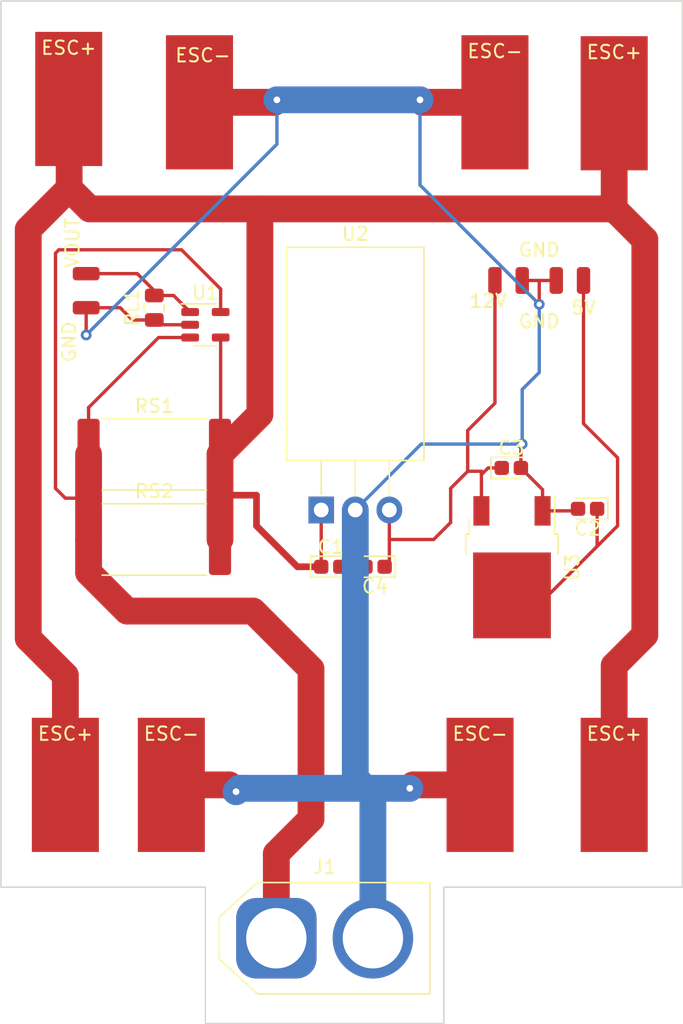
<source format=kicad_pcb>
(kicad_pcb (version 20211014) (generator pcbnew)
  (layers (0 "F.Cu" signal) (31 "B.Cu" signal) (34 "B.Paste" user) (35 "F.Paste" user) (36 "B.SilkS" user "B.Silkscreen") (37 "F.SilkS" user "F.Silkscreen") (38 "B.Mask" user) (39 "F.Mask" user) (44 "Edge.Cuts" user))
  (net 0 "")
  (net 1 "Net-(RS1-Pad2)")
  (net 2 "GND")
  (net 3 "Net-(C2-Pad1)")
  (net 4 "Net-(C3-Pad1)")
  (net 5 "Net-(J1-Pad1)")
  (net 6 "Vout")
  (footprint "Connector_Wire:SolderWirePad_1x01_SMD_5x10mm" (layer "F.Cu") (at 58.42 20.32)
    (fp_text reference "ESC+" (at 0 -3.81) (layer "F.SilkS"))
    (fp_text value "ESC+")
    (pad "1" smd rect (at 0 0) (size 5 10) (layers "F.Cu" "F.Paste" "F.Mask") (net 1 "Net-(RS1-Pad2)"))
  )
  (footprint "Capacitor_Tantalum_SMD:CP_EIA-1608-10_AVX-L" (layer "F.Cu") (at 37.2885 54.864)
    (fp_text reference "C1" (at 0 -1.48) (layer "F.SilkS"))
    (fp_text value "C")
    (fp_line (start -1.51 0.785) (end 0.8 0.785) (layer "F.SilkS") (width 0.12))
    (fp_line (start 0.8 -0.785) (end -1.51 -0.785) (layer "F.SilkS") (width 0.12))
    (fp_line (start -1.51 -0.785) (end -1.51 0.785) (layer "F.SilkS") (width 0.12))
    (pad "1" smd roundrect (at -0.7125 0) (size 1.075 1.05) (layers "F.Cu" "F.Paste" "F.Mask") (roundrect_rratio 0.238095) (net 1 "Net-(RS1-Pad2)"))
    (pad "2" smd roundrect (at 0.7125 0) (size 1.075 1.05) (layers "F.Cu" "F.Paste" "F.Mask") (roundrect_rratio 0.238095) (net 2 "GND"))
  )
  (footprint "Connector_Wire:SolderWirePad_1x01_SMD_5x10mm" (layer "F.Cu") (at 17.5 71.12)
    (fp_text reference "ESC+" (at 0 -3.81) (layer "F.SilkS"))
    (fp_text value "ESC+")
    (pad "1" smd rect (at 0 0) (size 5 10) (layers "F.Cu" "F.Paste" "F.Mask") (net 1 "Net-(RS1-Pad2)"))
  )
  (footprint "Resistor_SMD:R_4020_10251Metric_Pad1.65x5.30mm_HandSolder" (layer "F.Cu") (at 24.13 46.482)
    (fp_text reference "RS1" (at 0 -3.6) (layer "F.SilkS"))
    (fp_text value "R")
    (fp_line (start -3.886252 -2.66) (end 3.886252 -2.66) (layer "F.SilkS") (width 0.12))
    (fp_line (start -3.886252 2.66) (end 3.886252 2.66) (layer "F.SilkS") (width 0.12))
    (pad "1" smd roundrect (at -4.9 0) (size 1.65 5.3) (layers "F.Cu" "F.Paste" "F.Mask") (roundrect_rratio 0.151515) (net 5 "Net-(J1-Pad1)"))
    (pad "2" smd roundrect (at 4.9 0) (size 1.65 5.3) (layers "F.Cu" "F.Paste" "F.Mask") (roundrect_rratio 0.151515) (net 1 "Net-(RS1-Pad2)"))
  )
  (footprint "Connector_AMASS:AMASS_XT60-M_1x02_P7.20mm_Vertical" (layer "F.Cu") (at 33.23 82.55)
    (fp_text reference "J1" (at 3.6 -5.3) (layer "F.SilkS"))
    (fp_text value "Conn_01x02")
    (fp_line (start -1.4 -4.15) (end -4.25 -1.6) (layer "F.SilkS") (width 0.12))
    (fp_line (start -4.25 1.55) (end -1.4 4.15) (layer "F.SilkS") (width 0.12))
    (fp_line (start -4.25 -1.6) (end -4.25 1.55) (layer "F.SilkS") (width 0.12))
    (fp_line (start -1.4 4.15) (end 11.45 4.15) (layer "F.SilkS") (width 0.12))
    (fp_line (start 11.45 -4.15) (end -1.4 -4.15) (layer "F.SilkS") (width 0.12))
    (fp_line (start 11.45 4.15) (end 11.45 -4.15) (layer "F.SilkS") (width 0.12))
    (pad "1" thru_hole roundrect (at 0 0) (size 6 6) (drill 4.5) (layers *.Cu *.Mask) (net 5 "Net-(J1-Pad1)"))
    (pad "2" thru_hole circle (at 7.2 0) (size 6 6) (drill 4.5) (layers *.Cu *.Mask) (net 2 "GND"))
  )
  (footprint "Connector_Wire:SolderWirePad_1x01_SMD_5x10mm" (layer "F.Cu") (at 25.4 71.12)
    (fp_text reference "ESC-" (at 0 -3.81) (layer "F.SilkS"))
    (fp_text value "ESC-")
    (pad "1" smd rect (at 0 0) (size 5 10) (layers "F.Cu" "F.Paste" "F.Mask") (net 2 "GND"))
  )
  (footprint "Connector_Wire:SolderWirePad_1x01_SMD_1x2mm" (layer "F.Cu") (at 51.562 33.528 180)
    (fp_text reference "GND" (at -1.27 -3.048) (layer "F.SilkS"))
    (fp_text value "GND")
    (pad "1" smd roundrect (at 0 0 180) (size 1 2) (layers "F.Cu" "F.Paste" "F.Mask") (net 2 "GND"))
  )
  (footprint "Package_TO_SOT_SMD:SOT-23-5" (layer "F.Cu") (at 27.94 36.83)
    (fp_text reference "U1" (at 0 -2.4) (layer "F.SilkS"))
    (fp_text value "INA169")
    (fp_line (start 0 -1.56) (end -1.8 -1.56) (layer "F.SilkS") (width 0.12))
    (fp_line (start 0 1.56) (end 0.8 1.56) (layer "F.SilkS") (width 0.12))
    (fp_line (start 0 -1.56) (end 0.8 -1.56) (layer "F.SilkS") (width 0.12))
    (fp_line (start 0 1.56) (end -0.8 1.56) (layer "F.SilkS") (width 0.12))
    (pad "1" smd roundrect (at -1.1375 -0.95) (size 1.325 0.6) (layers "F.Cu" "F.Paste" "F.Mask") (net 6 "Vout"))
    (pad "2" smd roundrect (at -1.1375 0) (size 1.325 0.6) (layers "F.Cu" "F.Paste" "F.Mask") (net 2 "GND"))
    (pad "3" smd roundrect (at -1.1375 0.95) (size 1.325 0.6) (layers "F.Cu" "F.Paste" "F.Mask") (net 5 "Net-(J1-Pad1)"))
    (pad "4" smd roundrect (at 1.1375 0.95) (size 1.325 0.6) (layers "F.Cu" "F.Paste" "F.Mask") (net 1 "Net-(RS1-Pad2)"))
    (pad "5" smd roundrect (at 1.1375 -0.95) (size 1.325 0.6) (layers "F.Cu" "F.Paste" "F.Mask") (net 5 "Net-(J1-Pad1)"))
  )
  (footprint "Resistor_SMD:R_4020_10251Metric_Pad1.65x5.30mm_HandSolder" (layer "F.Cu") (at 24.13 52.832)
    (fp_text reference "RS2" (at 0 -3.6) (layer "F.SilkS"))
    (fp_text value "R")
    (fp_line (start -3.886252 -2.66) (end 3.886252 -2.66) (layer "F.SilkS") (width 0.12))
    (fp_line (start -3.886252 2.66) (end 3.886252 2.66) (layer "F.SilkS") (width 0.12))
    (pad "1" smd roundrect (at -4.9 0) (size 1.65 5.3) (layers "F.Cu" "F.Paste" "F.Mask") (roundrect_rratio 0.151515) (net 5 "Net-(J1-Pad1)"))
    (pad "2" smd roundrect (at 4.9 0) (size 1.65 5.3) (layers "F.Cu" "F.Paste" "F.Mask") (roundrect_rratio 0.151515) (net 1 "Net-(RS1-Pad2)"))
  )
  (footprint "Connector_Wire:SolderWirePad_1x01_SMD_5x10mm" (layer "F.Cu") (at 49.53 20.25)
    (fp_text reference "ESC-" (at 0 -3.81) (layer "F.SilkS"))
    (fp_text value "ESC-")
    (pad "1" smd rect (at 0 0) (size 5 10) (layers "F.Cu" "F.Paste" "F.Mask") (net 2 "GND"))
  )
  (footprint "Capacitor_Tantalum_SMD:CP_EIA-1608-10_AVX-L" (layer "F.Cu") (at 50.7505 47.498)
    (fp_text reference "C3" (at 0 -1.48) (layer "F.SilkS"))
    (fp_text value "C")
    (fp_line (start -1.51 -0.785) (end -1.51 0.785) (layer "F.SilkS") (width 0.12))
    (fp_line (start -1.51 0.785) (end 0.8 0.785) (layer "F.SilkS") (width 0.12))
    (fp_line (start 0.8 -0.785) (end -1.51 -0.785) (layer "F.SilkS") (width 0.12))
    (pad "1" smd roundrect (at -0.7125 0) (size 1.075 1.05) (layers "F.Cu" "F.Paste" "F.Mask") (roundrect_rratio 0.238095) (net 4 "Net-(C3-Pad1)"))
    (pad "2" smd roundrect (at 0.7125 0) (size 1.075 1.05) (layers "F.Cu" "F.Paste" "F.Mask") (roundrect_rratio 0.238095) (net 2 "GND"))
  )
  (footprint "Capacitor_Tantalum_SMD:CP_EIA-1608-10_AVX-L" (layer "F.Cu") (at 40.5905 54.864 180)
    (fp_text reference "C4" (at 0 -1.48) (layer "F.SilkS"))
    (fp_text value "C")
    (fp_line (start 0.8 -0.785) (end -1.51 -0.785) (layer "F.SilkS") (width 0.12))
    (fp_line (start -1.51 -0.785) (end -1.51 0.785) (layer "F.SilkS") (width 0.12))
    (fp_line (start -1.51 0.785) (end 0.8 0.785) (layer "F.SilkS") (width 0.12))
    (pad "1" smd roundrect (at -0.7125 0 180) (size 1.075 1.05) (layers "F.Cu" "F.Paste" "F.Mask") (roundrect_rratio 0.238095) (net 4 "Net-(C3-Pad1)"))
    (pad "2" smd roundrect (at 0.7125 0 180) (size 1.075 1.05) (layers "F.Cu" "F.Paste" "F.Mask") (roundrect_rratio 0.238095) (net 2 "GND"))
  )
  (footprint "Connector_Wire:SolderWirePad_1x01_SMD_1x2mm" (layer "F.Cu") (at 56.134 33.528 180)
    (fp_text reference "5V" (at 0 -2.032) (layer "F.SilkS"))
    (fp_text value "5V")
    (pad "1" smd roundrect (at 0 0 180) (size 1 2) (layers "F.Cu" "F.Paste" "F.Mask") (net 3 "Net-(C2-Pad1)"))
  )
  (footprint "Connector_Wire:SolderWirePad_1x01_SMD_1x2mm" (layer "F.Cu") (at 19.05 33.02 90)
    (fp_text reference "VOUT" (at 2.286 -1.016 90) (layer "F.SilkS"))
    (fp_text value "OUT")
    (pad "1" smd roundrect (at 0 0 90) (size 1 2) (layers "F.Cu" "F.Paste" "F.Mask") (net 6 "Vout"))
  )
  (footprint "Connector_Wire:SolderWirePad_1x01_SMD_1x2mm" (layer "F.Cu") (at 49.53 33.528 180)
    (fp_text reference "12V" (at 0.508 -1.524) (layer "F.SilkS"))
    (fp_text value "12V")
    (pad "1" smd roundrect (at 0 0 180) (size 1 2) (layers "F.Cu" "F.Paste" "F.Mask") (net 4 "Net-(C3-Pad1)"))
  )
  (footprint "Package_TO_SOT_SMD:TO-252-2" (layer "F.Cu") (at 50.801 54.899 -90)
    (fp_text reference "U3" (at 0 -4.5 90) (layer "F.SilkS"))
    (fp_text value "NCP1117-5.0_TO252" hide)
    (fp_line (start -0.97 -3.45) (end -2.47 -3.45) (layer "F.SilkS") (width 0.12))
    (fp_line (start -2.47 3.45) (end -2.47 3.18) (layer "F.SilkS") (width 0.12))
    (fp_line (start -2.47 -3.45) (end -2.47 -3.18) (layer "F.SilkS") (width 0.12))
    (fp_line (start -0.97 3.45) (end -2.47 3.45) (layer "F.SilkS") (width 0.12))
    (fp_line (start -2.47 3.18) (end -3.57 3.18) (layer "F.SilkS") (width 0.12))
    (fp_line (start -2.47 -3.18) (end -5.3 -3.18) (layer "F.SilkS") (width 0.12))
    (pad "1" smd rect (at -4.2 -2.28 270) (size 2.2 1.2) (layers "F.Cu" "F.Paste" "F.Mask") (net 2 "GND"))
    (pad "2" smd rect (at 2.1 0 270) (size 6.4 5.8) (layers "F.Cu" "F.Mask") (net 3 "Net-(C2-Pad1)"))
    (pad "3" smd rect (at -4.2 2.28 270) (size 2.2 1.2) (layers "F.Cu" "F.Paste" "F.Mask") (net 4 "Net-(C3-Pad1)"))
  )
  (footprint "Connector_Wire:SolderWirePad_1x01_SMD_5x10mm" (layer "F.Cu") (at 17.75 20)
    (fp_text reference "ESC+" (at 0 -3.81) (layer "F.SilkS"))
    (fp_text value "ESC+")
    (pad "1" smd rect (at 0 0) (size 5 10) (layers "F.Cu" "F.Paste" "F.Mask") (net 1 "Net-(RS1-Pad2)"))
  )
  (footprint "Connector_Wire:SolderWirePad_1x01_SMD_5x10mm" (layer "F.Cu") (at 27.5 20.25)
    (fp_text reference "ESC-" (at 0.25 -3.5) (layer "F.SilkS"))
    (fp_text value "ESC-")
    (pad "1" smd rect (at 0 0) (size 5 10) (layers "F.Cu" "F.Paste" "F.Mask") (net 2 "GND"))
  )
  (footprint "Connector_Wire:SolderWirePad_1x01_SMD_5x10mm" (layer "F.Cu") (at 48.42 71.12)
    (fp_text reference "ESC-" (at 0 -3.81) (layer "F.SilkS"))
    (fp_text value "ESC-")
    (pad "1" smd rect (at 0 0) (size 5 10) (layers "F.Cu" "F.Paste" "F.Mask") (net 2 "GND"))
  )
  (footprint "Connector_Wire:SolderWirePad_1x01_SMD_1x2mm" (layer "F.Cu") (at 54.102 33.528 180)
    (fp_text reference "GND" (at 1.27 2.286) (layer "F.SilkS"))
    (fp_text value "GND")
    (pad "1" smd roundrect (at 0 0 180) (size 1 2) (layers "F.Cu" "F.Paste" "F.Mask") (net 2 "GND"))
  )
  (footprint "Connector_Wire:SolderWirePad_1x01_SMD_5x10mm" (layer "F.Cu") (at 58.42 71.12)
    (fp_text reference "ESC+" (at 0 -3.81) (layer "F.SilkS"))
    (fp_text value "ESC+")
    (pad "1" smd rect (at 0 0) (size 5 10) (layers "F.Cu" "F.Paste" "F.Mask") (net 1 "Net-(RS1-Pad2)"))
  )
  (footprint "Connector_Wire:SolderWirePad_1x01_SMD_1x2mm" (layer "F.Cu") (at 19.05 35.56 90)
    (fp_text reference "GND" (at -2.54 -1.27 90) (layer "F.SilkS"))
    (fp_text value "GND")
    (pad "1" smd roundrect (at 0 0 90) (size 1 2) (layers "F.Cu" "F.Paste" "F.Mask") (net 2 "GND"))
  )
  (footprint "Package_TO_SOT_THT:TO-220-3_Horizontal_TabDown" (layer "F.Cu") (at 36.576 50.632)
    (fp_text reference "U2" (at 2.54 -20.58) (layer "F.SilkS"))
    (fp_text value "LM7812_TO220")
    (fp_line (start 5.08 -3.69) (end 5.08 -1.15) (layer "F.SilkS") (width 0.12))
    (fp_line (start 7.66 -19.58) (end 7.66 -3.69) (layer "F.SilkS") (width 0.12))
    (fp_line (start 0 -3.69) (end 0 -1.15) (layer "F.SilkS") (width 0.12))
    (fp_line (start -2.58 -19.58) (end 7.66 -19.58) (layer "F.SilkS") (width 0.12))
    (fp_line (start 2.54 -3.69) (end 2.54 -1.15) (layer "F.SilkS") (width 0.12))
    (fp_line (start -2.58 -3.69) (end 7.66 -3.69) (layer "F.SilkS") (width 0.12))
    (fp_line (start -2.58 -19.58) (end -2.58 -3.69) (layer "F.SilkS") (width 0.12))
    (pad "" np_thru_hole oval (at 2.54 -16.66) (size 3.5 3.5) (drill 3.5) (layers *.Cu *.Mask))
    (pad "1" thru_hole rect (at 0 0) (size 1.905 2) (drill 1.1) (layers *.Cu *.Mask) (net 1 "Net-(RS1-Pad2)"))
    (pad "2" thru_hole oval (at 2.54 0) (size 1.905 2) (drill 1.1) (layers *.Cu *.Mask) (net 2 "GND"))
    (pad "3" thru_hole oval (at 5.08 0) (size 1.905 2) (drill 1.1) (layers *.Cu *.Mask) (net 4 "Net-(C3-Pad1)"))
  )
  (footprint "Capacitor_Tantalum_SMD:CP_EIA-1608-10_AVX-L" (layer "F.Cu") (at 56.4375 50.546 180)
    (fp_text reference "C2" (at 0 -1.48) (layer "F.SilkS"))
    (fp_text value "C")
    (fp_line (start 0.8 -0.785) (end -1.51 -0.785) (layer "F.SilkS") (width 0.12))
    (fp_line (start -1.51 -0.785) (end -1.51 0.785) (layer "F.SilkS") (width 0.12))
    (fp_line (start -1.51 0.785) (end 0.8 0.785) (layer "F.SilkS") (width 0.12))
    (pad "1" smd roundrect (at -0.7125 0 180) (size 1.075 1.05) (layers "F.Cu" "F.Paste" "F.Mask") (roundrect_rratio 0.238095) (net 3 "Net-(C2-Pad1)"))
    (pad "2" smd roundrect (at 0.7125 0 180) (size 1.075 1.05) (layers "F.Cu" "F.Paste" "F.Mask") (roundrect_rratio 0.238095) (net 2 "GND"))
  )
  (footprint "Resistor_SMD:R_0805_2012Metric" (layer "F.Cu") (at 24.13 35.56 90)
    (fp_text reference "RL1" (at 0 -1.65 90) (layer "F.SilkS"))
    (fp_text value "R")
    (fp_line (start -0.227064 -0.735) (end 0.227064 -0.735) (layer "F.SilkS") (width 0.12))
    (fp_line (start -0.227064 0.735) (end 0.227064 0.735) (layer "F.SilkS") (width 0.12))
    (pad "1" smd roundrect (at -0.9125 0 90) (size 1.025 1.4) (layers "F.Cu" "F.Paste" "F.Mask") (roundrect_rratio 0.243902) (net 2 "GND"))
    (pad "2" smd roundrect (at 0.9125 0 90) (size 1.025 1.4) (layers "F.Cu" "F.Paste" "F.Mask") (roundrect_rratio 0.243902) (net 6 "Vout"))
  )
  (gr_line (start 45.72 88.9) (end 45.72 78.74) (layer "Edge.Cuts") (width 0.1))
  (gr_line (start 45.72 78.74) (end 63.5 78.74) (layer "Edge.Cuts") (width 0.1))
  (gr_line (start 63.5 78.74) (end 63.5 12.7) (layer "Edge.Cuts") (width 0.1))
  (gr_line (start 12.7 78.74) (end 27.94 78.74) (layer "Edge.Cuts") (width 0.1))
  (gr_line (start 27.94 78.74) (end 27.94 88.9) (layer "Edge.Cuts") (width 0.1))
  (gr_line (start 27.94 88.9) (end 45.72 88.9) (layer "Edge.Cuts") (width 0.1))
  (gr_line (start 63.5 12.7) (end 12.7 12.7) (layer "Edge.Cuts") (width 0.1))
  (gr_line (start 12.7 12.7) (end 12.7 78.74) (layer "Edge.Cuts") (width 0.1))
  (segment (start 17.5 71.12) (end 17.5 62.966) (width 2) (layer "F.Cu") (net 1))
  (segment (start 32.004 28.194) (end 58.42 28.194) (width 2) (layer "F.Cu") (net 1))
  (segment (start 32.004 43.508) (end 29.03 46.482) (width 2) (layer "F.Cu") (net 1))
  (segment (start 58.42 20.32) (end 58.42 28.194) (width 2) (layer "F.Cu") (net 1))
  (segment (start 36.576 54.864) (end 34.798 54.864) (width 0.5) (layer "F.Cu") (net 1))
  (segment (start 29.03 49.858) (end 29.03 52.832) (width 2) (layer "F.Cu") (net 1))
  (segment (start 29.0775 46.4345) (end 29.03 46.482) (width 0.25) (layer "F.Cu") (net 1))
  (segment (start 29.03 46.482) (end 29.03 49.858) (width 2) (layer "F.Cu") (net 1))
  (segment (start 58.42 71.12) (end 58.42 62.23) (width 2) (layer "F.Cu") (net 1))
  (segment (start 34.798 54.864) (end 31.75 51.816) (width 0.5) (layer "F.Cu") (net 1))
  (segment (start 14.732 60.198) (end 14.732 29.718) (width 2) (layer "F.Cu") (net 1))
  (segment (start 36.576 50.632) (end 36.576 54.864) (width 0.25) (layer "F.Cu") (net 1))
  (segment (start 60.706 59.944) (end 58.42 62.23) (width 2) (layer "F.Cu") (net 1))
  (segment (start 29.0775 37.78) (end 29.0775 46.4345) (width 0.25) (layer "F.Cu") (net 1))
  (segment (start 17.78 26.67) (end 17.78 20.03) (width 2) (layer "F.Cu") (net 1))
  (segment (start 31.75 51.816) (end 31.75 49.53) (width 0.5) (layer "F.Cu") (net 1))
  (segment (start 17.5 62.966) (end 14.732 60.198) (width 2) (layer "F.Cu") (net 1))
  (segment (start 14.732 29.718) (end 17.78 26.67) (width 2) (layer "F.Cu") (net 1))
  (segment (start 60.706 30.48) (end 60.706 59.944) (width 2) (layer "F.Cu") (net 1))
  (segment (start 19.304 28.194) (end 17.78 26.67) (width 2) (layer "F.Cu") (net 1))
  (segment (start 32.004 28.194) (end 32.004 43.508) (width 2) (layer "F.Cu") (net 1))
  (segment (start 19.304 28.194) (end 32.004 28.194) (width 2) (layer "F.Cu") (net 1))
  (segment (start 31.75 49.53) (end 29.358 49.53) (width 0.5) (layer "F.Cu") (net 1))
  (segment (start 29.358 49.53) (end 29.03 49.858) (width 0.5) (layer "F.Cu") (net 1))
  (segment (start 17.78 20.03) (end 17.75 20) (width 2) (layer "F.Cu") (net 1))
  (segment (start 58.42 28.194) (end 60.706 30.48) (width 2) (layer "F.Cu") (net 1))
  (segment (start 22.5025 36.4725) (end 21.59 35.56) (width 0.25) (layer "F.Cu") (net 2))
  (segment (start 39.116 54.61) (end 38.862 54.864) (width 0.25) (layer "F.Cu") (net 2))
  (segment (start 39.116 50.632) (end 39.116 54.61) (width 0.25) (layer "F.Cu") (net 2))
  (segment (start 24.13 36.4725) (end 22.5025 36.4725) (width 0.25) (layer "F.Cu") (net 2))
  (segment (start 27.5 20.25) (end 33.09 20.25) (width 2) (layer "F.Cu") (net 2))
  (segment (start 33.09 20.25) (end 33.274 20.066) (width 2) (layer "F.Cu") (net 2))
  (segment (start 55.725 50.546) (end 55.572 50.699) (width 0.25) (layer "F.Cu") (net 2))
  (segment (start 51.463 45.819) (end 51.562 45.72) (width 0.25) (layer "F.Cu") (net 2))
  (segment (start 26.8025 36.83) (end 24.4875 36.83) (width 0.25) (layer "F.Cu") (net 2))
  (segment (start 38.862 54.864) (end 39.878 54.864) (width 0.5) (layer "F.Cu") (net 2))
  (segment (start 38.001 54.864) (end 38.862 54.864) (width 0.5) (layer "F.Cu") (net 2))
  (segment (start 52.832 35.306) (end 52.832 33.528) (width 0.25) (layer "F.Cu") (net 2))
  (segment (start 49.53 20.25) (end 44.126 20.25) (width 2) (layer "F.Cu") (net 2))
  (segment (start 24.4875 36.83) (end 24.13 36.4725) (width 0.25) (layer "F.Cu") (net 2))
  (segment (start 51.562 33.528) (end 52.832 33.528) (width 0.25) (layer "F.Cu") (net 2))
  (segment (start 21.59 35.56) (end 19.05 35.56) (width 0.25) (layer "F.Cu") (net 2))
  (segment (start 29.718 71.12) (end 30.226 71.628) (width 2) (layer "F.Cu") (net 2))
  (segment (start 25.4 71.12) (end 29.718 71.12) (width 2) (layer "F.Cu") (net 2))
  (segment (start 51.463 47.498) (end 51.463 45.819) (width 0.25) (layer "F.Cu") (net 2))
  (segment (start 55.572 50.699) (end 53.081 50.699) (width 0.25) (layer "F.Cu") (net 2))
  (segment (start 43.434 71.12) (end 43.18 71.374) (width 2) (layer "F.Cu") (net 2))
  (segment (start 51.463 47.498) (end 53.081 49.116) (width 0.25) (layer "F.Cu") (net 2))
  (segment (start 52.832 33.528) (end 54.102 33.528) (width 0.25) (layer "F.Cu") (net 2))
  (segment (start 53.081 49.116) (end 53.081 50.699) (width 0.25) (layer "F.Cu") (net 2))
  (segment (start 44.126 20.25) (end 43.942 20.066) (width 2) (layer "F.Cu") (net 2))
  (segment (start 48.42 71.12) (end 43.434 71.12) (width 2) (layer "F.Cu") (net 2))
  (segment (start 19.05 37.592) (end 19.05 35.56) (width 0.25) (layer "F.Cu") (net 2))
  (via (at 19.05 37.592) (size 0.8) (drill 0.4) (layers "F.Cu" "B.Cu") (net 2))
  (via (at 52.832 35.306) (size 0.8) (drill 0.4) (layers "F.Cu" "B.Cu") (net 2))
  (via (at 33.274 20.066) (size 2) (drill 0.5) (layers "F.Cu" "B.Cu") (net 2))
  (via (at 43.942 20.066) (size 2) (drill 0.5) (layers "F.Cu" "B.Cu") (net 2))
  (via (at 30.226 71.628) (size 2) (drill 0.5) (layers "F.Cu" "B.Cu") (net 2))
  (via (at 43.18 71.374) (size 2) (drill 0.5) (layers "F.Cu" "B.Cu") (net 2))
  (via (at 51.562 45.72) (size 0.8) (drill 0.4) (layers "F.Cu" "B.Cu") (net 2))
  (segment (start 51.562 41.656) (end 52.832 40.386) (width 0.25) (layer "B.Cu") (net 2))
  (segment (start 40.43 82.55) (end 40.43 71.926) (width 2) (layer "B.Cu") (net 2))
  (segment (start 19.05 37.592) (end 33.274 23.368) (width 0.25) (layer "B.Cu") (net 2))
  (segment (start 39.116 50.632) (end 44.028 45.72) (width 0.25) (layer "B.Cu") (net 2))
  (segment (start 40.43 71.926) (end 39.878 71.374) (width 2) (layer "B.Cu") (net 2))
  (segment (start 43.942 26.416) (end 43.942 20.066) (width 0.25) (layer "B.Cu") (net 2))
  (segment (start 51.562 45.72) (end 51.562 41.656) (width 0.25) (layer "B.Cu") (net 2))
  (segment (start 43.18 71.374) (end 39.878 71.374) (width 2) (layer "B.Cu") (net 2))
  (segment (start 39.878 71.374) (end 30.48 71.374) (width 2) (layer "B.Cu") (net 2))
  (segment (start 39.116 70.612) (end 39.116 50.632) (width 2) (layer "B.Cu") (net 2))
  (segment (start 43.942 20.066) (end 33.274 20.066) (width 2) (layer "B.Cu") (net 2))
  (segment (start 52.832 35.306) (end 43.942 26.416) (width 0.25) (layer "B.Cu") (net 2))
  (segment (start 30.48 71.374) (end 30.226 71.628) (width 2) (layer "B.Cu") (net 2))
  (segment (start 33.274 23.368) (end 33.274 20.066) (width 0.25) (layer "B.Cu") (net 2))
  (segment (start 39.878 71.374) (end 39.116 70.612) (width 2) (layer "B.Cu") (net 2))
  (segment (start 52.832 40.386) (end 52.832 35.306) (width 0.25) (layer "B.Cu") (net 2))
  (segment (start 44.028 45.72) (end 51.562 45.72) (width 0.25) (layer "B.Cu") (net 2))
  (segment (start 57.15 53.34) (end 57.023 53.467) (width 0.25) (layer "F.Cu") (net 3))
  (segment (start 57.15 50.546) (end 57.15 53.34) (width 0.25) (layer "F.Cu") (net 3))
  (segment (start 57.023 53.467) (end 53.491 56.999) (width 0.25) (layer "F.Cu") (net 3))
  (segment (start 58.674 51.816) (end 57.023 53.467) (width 0.25) (layer "F.Cu") (net 3))
  (segment (start 56.134 44.196) (end 58.674 46.736) (width 0.25) (layer "F.Cu") (net 3))
  (segment (start 56.134 33.528) (end 56.134 44.196) (width 0.25) (layer "F.Cu") (net 3))
  (segment (start 53.491 56.999) (end 50.801 56.999) (width 0.25) (layer "F.Cu") (net 3))
  (segment (start 58.674 46.736) (end 58.674 51.816) (width 0.25) (layer "F.Cu") (net 3))
  (segment (start 47.505 47.745) (end 48.521 47.745) (width 0.25) (layer "F.Cu") (net 4))
  (segment (start 41.656 54.511) (end 41.303 54.864) (width 0.25) (layer "F.Cu") (net 4))
  (segment (start 49.022 47.498) (end 48.521 47.999) (width 0.25) (layer "F.Cu") (net 4))
  (segment (start 41.402 54.765) (end 41.303 54.864) (width 0.5) (layer "F.Cu") (net 4))
  (segment (start 50.038 47.498) (end 49.022 47.498) (width 0.25) (layer "F.Cu") (net 4))
  (segment (start 44.958 52.832) (end 46.228 51.562) (width 0.25) (layer "F.Cu") (net 4))
  (segment (start 46.228 49.022) (end 47.505 47.745) (width 0.25) (layer "F.Cu") (net 4))
  (segment (start 41.656 52.832) (end 41.656 54.511) (width 0.25) (layer "F.Cu") (net 4))
  (segment (start 49.53 42.672) (end 47.498 44.704) (width 0.25) (layer "F.Cu") (net 4))
  (segment (start 46.228 51.562) (end 46.228 49.022) (width 0.25) (layer "F.Cu") (net 4))
  (segment (start 48.521 47.999) (end 48.521 47.745) (width 0.25) (layer "F.Cu") (net 4))
  (segment (start 49.53 33.528) (end 49.53 42.672) (width 0.25) (layer "F.Cu") (net 4))
  (segment (start 41.656 50.632) (end 41.656 52.832) (width 0.25) (layer "F.Cu") (net 4))
  (segment (start 47.498 47.738) (end 47.505 47.745) (width 0.25) (layer "F.Cu") (net 4))
  (segment (start 41.656 52.832) (end 44.958 52.832) (width 0.25) (layer "F.Cu") (net 4))
  (segment (start 48.521 50.699) (end 48.521 47.999) (width 0.25) (layer "F.Cu") (net 4))
  (segment (start 47.498 44.704) (end 47.498 47.738) (width 0.25) (layer "F.Cu") (net 4))
  (segment (start 29.0775 34.1575) (end 26.162 31.242) (width 0.25) (layer "F.Cu") (net 5))
  (segment (start 16.764 49.022) (end 17.494 49.752) (width 0.25) (layer "F.Cu") (net 5))
  (segment (start 19.23 49.752) (end 19.23 52.832) (width 2) (layer "F.Cu") (net 5))
  (segment (start 33.23 76.244) (end 35.814 73.66) (width 2) (layer "F.Cu") (net 5))
  (segment (start 31.496 58.166) (end 22.098 58.166) (width 2) (layer "F.Cu") (net 5))
  (segment (start 16.764 31.496) (end 16.764 49.022) (width 0.25) (layer "F.Cu") (net 5))
  (segment (start 35.814 62.484) (end 31.496 58.166) (width 2) (layer "F.Cu") (net 5))
  (segment (start 26.8025 37.78) (end 24.45 37.78) (width 0.25) (layer "F.Cu") (net 5))
  (segment (start 26.162 31.242) (end 17.018 31.242) (width 0.25) (layer "F.Cu") (net 5))
  (segment (start 33.23 82.55) (end 33.23 76.244) (width 2) (layer "F.Cu") (net 5))
  (segment (start 19.23 46.482) (end 19.23 49.752) (width 2) (layer "F.Cu") (net 5))
  (segment (start 22.098 58.166) (end 19.23 55.298) (width 2) (layer "F.Cu") (net 5))
  (segment (start 17.018 31.242) (end 16.764 31.496) (width 0.25) (layer "F.Cu") (net 5))
  (segment (start 24.45 37.78) (end 19.23 43) (width 0.25) (layer "F.Cu") (net 5))
  (segment (start 19.23 43) (end 19.23 46.482) (width 0.25) (layer "F.Cu") (net 5))
  (segment (start 19.23 55.298) (end 19.23 52.832) (width 2) (layer "F.Cu") (net 5))
  (segment (start 17.494 49.752) (end 19.23 49.752) (width 0.25) (layer "F.Cu") (net 5))
  (segment (start 35.814 73.66) (end 35.814 62.484) (width 2) (layer "F.Cu") (net 5))
  (segment (start 29.0775 35.88) (end 29.0775 34.1575) (width 0.25) (layer "F.Cu") (net 5))
  (segment (start 25.57 34.6475) (end 24.13 34.6475) (width 0.25) (layer "F.Cu") (net 6))
  (segment (start 24.13 34.6475) (end 24.13 34.29) (width 0.25) (layer "F.Cu") (net 6))
  (segment (start 26.8025 35.88) (end 25.57 34.6475) (width 0.25) (layer "F.Cu") (net 6))
  (segment (start 24.13 34.29) (end 22.86 33.02) (width 0.25) (layer "F.Cu") (net 6))
  (segment (start 22.86 33.02) (end 19.05 33.02) (width 0.25) (layer "F.Cu") (net 6))
)
</source>
